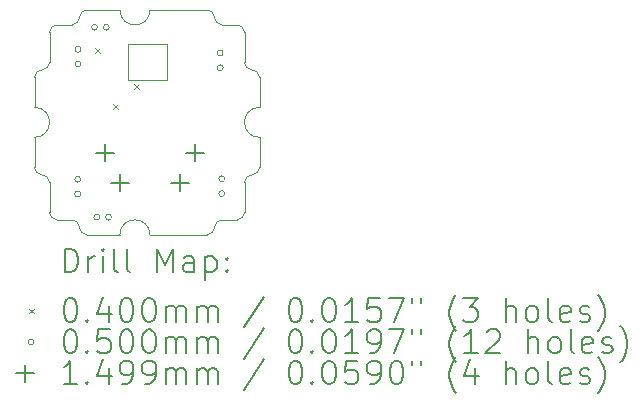
<source format=gbr>
%TF.GenerationSoftware,KiCad,Pcbnew,7.0.9*%
%TF.CreationDate,2023-12-15T15:14:19-05:00*%
%TF.ProjectId,amoebe_streamline,616d6f65-6265-45f7-9374-7265616d6c69,rev?*%
%TF.SameCoordinates,Original*%
%TF.FileFunction,Drillmap*%
%TF.FilePolarity,Positive*%
%FSLAX45Y45*%
G04 Gerber Fmt 4.5, Leading zero omitted, Abs format (unit mm)*
G04 Created by KiCad (PCBNEW 7.0.9) date 2023-12-15 15:14:19*
%MOMM*%
%LPD*%
G01*
G04 APERTURE LIST*
%ADD10C,0.100000*%
%ADD11C,0.200000*%
%ADD12C,0.149860*%
G04 APERTURE END LIST*
D10*
X13398500Y-9588500D02*
G75*
G03*
X13335000Y-9652000I0J-63500D01*
G01*
X14058200Y-9080500D02*
G75*
G03*
X14312200Y-9080500I127000J0D01*
G01*
X13525500Y-9207500D02*
X13652500Y-9207500D01*
X13779500Y-10985500D02*
X14058200Y-10985500D01*
X15240000Y-9652000D02*
G75*
G03*
X15176500Y-9588500I-63500J0D01*
G01*
X14452600Y-9373950D02*
X14124940Y-9373950D01*
X15113000Y-9271000D02*
X15113000Y-9525000D01*
X14859000Y-9144000D02*
G75*
G03*
X14922500Y-9207500I63500J0D01*
G01*
X13652500Y-9207500D02*
G75*
G03*
X13716000Y-9144000I0J63500D01*
G01*
X15240000Y-10160000D02*
X15240000Y-10414000D01*
X15240000Y-9906000D02*
X15240000Y-9652000D01*
X13462000Y-10795000D02*
G75*
G03*
X13525500Y-10858500I63500J0D01*
G01*
X13779500Y-9080500D02*
G75*
G03*
X13716000Y-9144000I0J-63500D01*
G01*
X13335000Y-10414000D02*
G75*
G03*
X13398500Y-10477500I63500J0D01*
G01*
X14312200Y-10985500D02*
X14795500Y-10985500D01*
X13335000Y-9906000D02*
X13335000Y-9652000D01*
X14452600Y-9676050D02*
X14452600Y-9373950D01*
X14922500Y-10858500D02*
G75*
G03*
X14859000Y-10922000I0J-63500D01*
G01*
X13716000Y-10922000D02*
G75*
G03*
X13779500Y-10985500I63500J0D01*
G01*
X13335000Y-10160000D02*
X13335000Y-10414000D01*
X14859000Y-9144000D02*
G75*
G03*
X14795500Y-9080500I-63500J0D01*
G01*
X13462000Y-9271000D02*
X13462000Y-9525000D01*
X13335000Y-10160000D02*
G75*
G03*
X13335000Y-9906000I0J127000D01*
G01*
X15049500Y-10858500D02*
G75*
G03*
X15113000Y-10795000I0J63500D01*
G01*
X13525500Y-9207500D02*
G75*
G03*
X13462000Y-9271000I0J-63500D01*
G01*
X15176500Y-10477500D02*
G75*
G03*
X15113000Y-10541000I0J-63500D01*
G01*
X15049500Y-10858500D02*
X14922500Y-10858500D01*
X15113000Y-9271000D02*
G75*
G03*
X15049500Y-9207500I-63500J0D01*
G01*
X13779500Y-9080500D02*
X14058200Y-9080500D01*
X13716000Y-10922000D02*
G75*
G03*
X13652500Y-10858500I-63500J0D01*
G01*
X15176500Y-10477500D02*
G75*
G03*
X15240000Y-10414000I0J63500D01*
G01*
X13525500Y-10858500D02*
X13652500Y-10858500D01*
X15113000Y-9525000D02*
G75*
G03*
X15176500Y-9588500I63500J0D01*
G01*
X14124940Y-9676050D02*
X14452600Y-9676050D01*
X13398500Y-9588500D02*
G75*
G03*
X13462000Y-9525000I0J63500D01*
G01*
X14922500Y-9207500D02*
X15049500Y-9207500D01*
X13462000Y-10541000D02*
G75*
G03*
X13398500Y-10477500I-63500J0D01*
G01*
X15240000Y-9906000D02*
G75*
G03*
X15240000Y-10160000I0J-127000D01*
G01*
X14795500Y-9080500D02*
X14312200Y-9080500D01*
X14124940Y-9373950D02*
X14124940Y-9676050D01*
X14312200Y-10985500D02*
G75*
G03*
X14058200Y-10985500I-127000J0D01*
G01*
X15113000Y-10795000D02*
X15113000Y-10541000D01*
X14795500Y-10985500D02*
G75*
G03*
X14859000Y-10922000I0J63500D01*
G01*
X13462000Y-10541000D02*
X13462000Y-10795000D01*
D11*
D10*
X13848400Y-9403400D02*
X13888400Y-9443400D01*
X13888400Y-9403400D02*
X13848400Y-9443400D01*
X13998260Y-9880920D02*
X14038260Y-9920920D01*
X14038260Y-9880920D02*
X13998260Y-9920920D01*
X14178600Y-9708200D02*
X14218600Y-9748200D01*
X14218600Y-9708200D02*
X14178600Y-9748200D01*
X13725760Y-10515060D02*
G75*
G03*
X13725760Y-10515060I-25000J0D01*
G01*
X13725760Y-10640060D02*
G75*
G03*
X13725760Y-10640060I-25000J0D01*
G01*
X13728300Y-9415240D02*
G75*
G03*
X13728300Y-9415240I-25000J0D01*
G01*
X13728300Y-9540240D02*
G75*
G03*
X13728300Y-9540240I-25000J0D01*
G01*
X13868000Y-9227820D02*
G75*
G03*
X13868000Y-9227820I-25000J0D01*
G01*
X13887380Y-10835640D02*
G75*
G03*
X13887380Y-10835640I-25000J0D01*
G01*
X13968000Y-9227820D02*
G75*
G03*
X13968000Y-9227820I-25000J0D01*
G01*
X13987380Y-10835640D02*
G75*
G03*
X13987380Y-10835640I-25000J0D01*
G01*
X14932260Y-9445720D02*
G75*
G03*
X14932260Y-9445720I-25000J0D01*
G01*
X14932260Y-9570720D02*
G75*
G03*
X14932260Y-9570720I-25000J0D01*
G01*
X14945140Y-10511520D02*
G75*
G03*
X14945140Y-10511520I-25000J0D01*
G01*
X14945140Y-10636520D02*
G75*
G03*
X14945140Y-10636520I-25000J0D01*
G01*
D12*
X13934440Y-10214610D02*
X13934440Y-10364470D01*
X13859510Y-10289540D02*
X14009370Y-10289540D01*
X14061440Y-10468610D02*
X14061440Y-10618470D01*
X13986510Y-10543540D02*
X14136370Y-10543540D01*
X14569440Y-10468610D02*
X14569440Y-10618470D01*
X14494510Y-10543540D02*
X14644370Y-10543540D01*
X14696440Y-10214610D02*
X14696440Y-10364470D01*
X14621510Y-10289540D02*
X14771370Y-10289540D01*
D11*
X13590777Y-11301984D02*
X13590777Y-11101984D01*
X13590777Y-11101984D02*
X13638396Y-11101984D01*
X13638396Y-11101984D02*
X13666967Y-11111508D01*
X13666967Y-11111508D02*
X13686015Y-11130555D01*
X13686015Y-11130555D02*
X13695539Y-11149603D01*
X13695539Y-11149603D02*
X13705062Y-11187698D01*
X13705062Y-11187698D02*
X13705062Y-11216269D01*
X13705062Y-11216269D02*
X13695539Y-11254365D01*
X13695539Y-11254365D02*
X13686015Y-11273412D01*
X13686015Y-11273412D02*
X13666967Y-11292460D01*
X13666967Y-11292460D02*
X13638396Y-11301984D01*
X13638396Y-11301984D02*
X13590777Y-11301984D01*
X13790777Y-11301984D02*
X13790777Y-11168650D01*
X13790777Y-11206746D02*
X13800301Y-11187698D01*
X13800301Y-11187698D02*
X13809824Y-11178174D01*
X13809824Y-11178174D02*
X13828872Y-11168650D01*
X13828872Y-11168650D02*
X13847920Y-11168650D01*
X13914586Y-11301984D02*
X13914586Y-11168650D01*
X13914586Y-11101984D02*
X13905062Y-11111508D01*
X13905062Y-11111508D02*
X13914586Y-11121031D01*
X13914586Y-11121031D02*
X13924110Y-11111508D01*
X13924110Y-11111508D02*
X13914586Y-11101984D01*
X13914586Y-11101984D02*
X13914586Y-11121031D01*
X14038396Y-11301984D02*
X14019348Y-11292460D01*
X14019348Y-11292460D02*
X14009824Y-11273412D01*
X14009824Y-11273412D02*
X14009824Y-11101984D01*
X14143158Y-11301984D02*
X14124110Y-11292460D01*
X14124110Y-11292460D02*
X14114586Y-11273412D01*
X14114586Y-11273412D02*
X14114586Y-11101984D01*
X14371729Y-11301984D02*
X14371729Y-11101984D01*
X14371729Y-11101984D02*
X14438396Y-11244841D01*
X14438396Y-11244841D02*
X14505062Y-11101984D01*
X14505062Y-11101984D02*
X14505062Y-11301984D01*
X14686015Y-11301984D02*
X14686015Y-11197222D01*
X14686015Y-11197222D02*
X14676491Y-11178174D01*
X14676491Y-11178174D02*
X14657443Y-11168650D01*
X14657443Y-11168650D02*
X14619348Y-11168650D01*
X14619348Y-11168650D02*
X14600301Y-11178174D01*
X14686015Y-11292460D02*
X14666967Y-11301984D01*
X14666967Y-11301984D02*
X14619348Y-11301984D01*
X14619348Y-11301984D02*
X14600301Y-11292460D01*
X14600301Y-11292460D02*
X14590777Y-11273412D01*
X14590777Y-11273412D02*
X14590777Y-11254365D01*
X14590777Y-11254365D02*
X14600301Y-11235317D01*
X14600301Y-11235317D02*
X14619348Y-11225793D01*
X14619348Y-11225793D02*
X14666967Y-11225793D01*
X14666967Y-11225793D02*
X14686015Y-11216269D01*
X14781253Y-11168650D02*
X14781253Y-11368650D01*
X14781253Y-11178174D02*
X14800301Y-11168650D01*
X14800301Y-11168650D02*
X14838396Y-11168650D01*
X14838396Y-11168650D02*
X14857443Y-11178174D01*
X14857443Y-11178174D02*
X14866967Y-11187698D01*
X14866967Y-11187698D02*
X14876491Y-11206746D01*
X14876491Y-11206746D02*
X14876491Y-11263888D01*
X14876491Y-11263888D02*
X14866967Y-11282936D01*
X14866967Y-11282936D02*
X14857443Y-11292460D01*
X14857443Y-11292460D02*
X14838396Y-11301984D01*
X14838396Y-11301984D02*
X14800301Y-11301984D01*
X14800301Y-11301984D02*
X14781253Y-11292460D01*
X14962205Y-11282936D02*
X14971729Y-11292460D01*
X14971729Y-11292460D02*
X14962205Y-11301984D01*
X14962205Y-11301984D02*
X14952682Y-11292460D01*
X14952682Y-11292460D02*
X14962205Y-11282936D01*
X14962205Y-11282936D02*
X14962205Y-11301984D01*
X14962205Y-11178174D02*
X14971729Y-11187698D01*
X14971729Y-11187698D02*
X14962205Y-11197222D01*
X14962205Y-11197222D02*
X14952682Y-11187698D01*
X14952682Y-11187698D02*
X14962205Y-11178174D01*
X14962205Y-11178174D02*
X14962205Y-11197222D01*
D10*
X13290000Y-11610500D02*
X13330000Y-11650500D01*
X13330000Y-11610500D02*
X13290000Y-11650500D01*
D11*
X13628872Y-11521984D02*
X13647920Y-11521984D01*
X13647920Y-11521984D02*
X13666967Y-11531508D01*
X13666967Y-11531508D02*
X13676491Y-11541031D01*
X13676491Y-11541031D02*
X13686015Y-11560079D01*
X13686015Y-11560079D02*
X13695539Y-11598174D01*
X13695539Y-11598174D02*
X13695539Y-11645793D01*
X13695539Y-11645793D02*
X13686015Y-11683888D01*
X13686015Y-11683888D02*
X13676491Y-11702936D01*
X13676491Y-11702936D02*
X13666967Y-11712460D01*
X13666967Y-11712460D02*
X13647920Y-11721984D01*
X13647920Y-11721984D02*
X13628872Y-11721984D01*
X13628872Y-11721984D02*
X13609824Y-11712460D01*
X13609824Y-11712460D02*
X13600301Y-11702936D01*
X13600301Y-11702936D02*
X13590777Y-11683888D01*
X13590777Y-11683888D02*
X13581253Y-11645793D01*
X13581253Y-11645793D02*
X13581253Y-11598174D01*
X13581253Y-11598174D02*
X13590777Y-11560079D01*
X13590777Y-11560079D02*
X13600301Y-11541031D01*
X13600301Y-11541031D02*
X13609824Y-11531508D01*
X13609824Y-11531508D02*
X13628872Y-11521984D01*
X13781253Y-11702936D02*
X13790777Y-11712460D01*
X13790777Y-11712460D02*
X13781253Y-11721984D01*
X13781253Y-11721984D02*
X13771729Y-11712460D01*
X13771729Y-11712460D02*
X13781253Y-11702936D01*
X13781253Y-11702936D02*
X13781253Y-11721984D01*
X13962205Y-11588650D02*
X13962205Y-11721984D01*
X13914586Y-11512460D02*
X13866967Y-11655317D01*
X13866967Y-11655317D02*
X13990777Y-11655317D01*
X14105062Y-11521984D02*
X14124110Y-11521984D01*
X14124110Y-11521984D02*
X14143158Y-11531508D01*
X14143158Y-11531508D02*
X14152682Y-11541031D01*
X14152682Y-11541031D02*
X14162205Y-11560079D01*
X14162205Y-11560079D02*
X14171729Y-11598174D01*
X14171729Y-11598174D02*
X14171729Y-11645793D01*
X14171729Y-11645793D02*
X14162205Y-11683888D01*
X14162205Y-11683888D02*
X14152682Y-11702936D01*
X14152682Y-11702936D02*
X14143158Y-11712460D01*
X14143158Y-11712460D02*
X14124110Y-11721984D01*
X14124110Y-11721984D02*
X14105062Y-11721984D01*
X14105062Y-11721984D02*
X14086015Y-11712460D01*
X14086015Y-11712460D02*
X14076491Y-11702936D01*
X14076491Y-11702936D02*
X14066967Y-11683888D01*
X14066967Y-11683888D02*
X14057443Y-11645793D01*
X14057443Y-11645793D02*
X14057443Y-11598174D01*
X14057443Y-11598174D02*
X14066967Y-11560079D01*
X14066967Y-11560079D02*
X14076491Y-11541031D01*
X14076491Y-11541031D02*
X14086015Y-11531508D01*
X14086015Y-11531508D02*
X14105062Y-11521984D01*
X14295539Y-11521984D02*
X14314586Y-11521984D01*
X14314586Y-11521984D02*
X14333634Y-11531508D01*
X14333634Y-11531508D02*
X14343158Y-11541031D01*
X14343158Y-11541031D02*
X14352682Y-11560079D01*
X14352682Y-11560079D02*
X14362205Y-11598174D01*
X14362205Y-11598174D02*
X14362205Y-11645793D01*
X14362205Y-11645793D02*
X14352682Y-11683888D01*
X14352682Y-11683888D02*
X14343158Y-11702936D01*
X14343158Y-11702936D02*
X14333634Y-11712460D01*
X14333634Y-11712460D02*
X14314586Y-11721984D01*
X14314586Y-11721984D02*
X14295539Y-11721984D01*
X14295539Y-11721984D02*
X14276491Y-11712460D01*
X14276491Y-11712460D02*
X14266967Y-11702936D01*
X14266967Y-11702936D02*
X14257443Y-11683888D01*
X14257443Y-11683888D02*
X14247920Y-11645793D01*
X14247920Y-11645793D02*
X14247920Y-11598174D01*
X14247920Y-11598174D02*
X14257443Y-11560079D01*
X14257443Y-11560079D02*
X14266967Y-11541031D01*
X14266967Y-11541031D02*
X14276491Y-11531508D01*
X14276491Y-11531508D02*
X14295539Y-11521984D01*
X14447920Y-11721984D02*
X14447920Y-11588650D01*
X14447920Y-11607698D02*
X14457443Y-11598174D01*
X14457443Y-11598174D02*
X14476491Y-11588650D01*
X14476491Y-11588650D02*
X14505063Y-11588650D01*
X14505063Y-11588650D02*
X14524110Y-11598174D01*
X14524110Y-11598174D02*
X14533634Y-11617222D01*
X14533634Y-11617222D02*
X14533634Y-11721984D01*
X14533634Y-11617222D02*
X14543158Y-11598174D01*
X14543158Y-11598174D02*
X14562205Y-11588650D01*
X14562205Y-11588650D02*
X14590777Y-11588650D01*
X14590777Y-11588650D02*
X14609824Y-11598174D01*
X14609824Y-11598174D02*
X14619348Y-11617222D01*
X14619348Y-11617222D02*
X14619348Y-11721984D01*
X14714586Y-11721984D02*
X14714586Y-11588650D01*
X14714586Y-11607698D02*
X14724110Y-11598174D01*
X14724110Y-11598174D02*
X14743158Y-11588650D01*
X14743158Y-11588650D02*
X14771729Y-11588650D01*
X14771729Y-11588650D02*
X14790777Y-11598174D01*
X14790777Y-11598174D02*
X14800301Y-11617222D01*
X14800301Y-11617222D02*
X14800301Y-11721984D01*
X14800301Y-11617222D02*
X14809824Y-11598174D01*
X14809824Y-11598174D02*
X14828872Y-11588650D01*
X14828872Y-11588650D02*
X14857443Y-11588650D01*
X14857443Y-11588650D02*
X14876491Y-11598174D01*
X14876491Y-11598174D02*
X14886015Y-11617222D01*
X14886015Y-11617222D02*
X14886015Y-11721984D01*
X15276491Y-11512460D02*
X15105063Y-11769603D01*
X15533634Y-11521984D02*
X15552682Y-11521984D01*
X15552682Y-11521984D02*
X15571729Y-11531508D01*
X15571729Y-11531508D02*
X15581253Y-11541031D01*
X15581253Y-11541031D02*
X15590777Y-11560079D01*
X15590777Y-11560079D02*
X15600301Y-11598174D01*
X15600301Y-11598174D02*
X15600301Y-11645793D01*
X15600301Y-11645793D02*
X15590777Y-11683888D01*
X15590777Y-11683888D02*
X15581253Y-11702936D01*
X15581253Y-11702936D02*
X15571729Y-11712460D01*
X15571729Y-11712460D02*
X15552682Y-11721984D01*
X15552682Y-11721984D02*
X15533634Y-11721984D01*
X15533634Y-11721984D02*
X15514586Y-11712460D01*
X15514586Y-11712460D02*
X15505063Y-11702936D01*
X15505063Y-11702936D02*
X15495539Y-11683888D01*
X15495539Y-11683888D02*
X15486015Y-11645793D01*
X15486015Y-11645793D02*
X15486015Y-11598174D01*
X15486015Y-11598174D02*
X15495539Y-11560079D01*
X15495539Y-11560079D02*
X15505063Y-11541031D01*
X15505063Y-11541031D02*
X15514586Y-11531508D01*
X15514586Y-11531508D02*
X15533634Y-11521984D01*
X15686015Y-11702936D02*
X15695539Y-11712460D01*
X15695539Y-11712460D02*
X15686015Y-11721984D01*
X15686015Y-11721984D02*
X15676491Y-11712460D01*
X15676491Y-11712460D02*
X15686015Y-11702936D01*
X15686015Y-11702936D02*
X15686015Y-11721984D01*
X15819348Y-11521984D02*
X15838396Y-11521984D01*
X15838396Y-11521984D02*
X15857444Y-11531508D01*
X15857444Y-11531508D02*
X15866967Y-11541031D01*
X15866967Y-11541031D02*
X15876491Y-11560079D01*
X15876491Y-11560079D02*
X15886015Y-11598174D01*
X15886015Y-11598174D02*
X15886015Y-11645793D01*
X15886015Y-11645793D02*
X15876491Y-11683888D01*
X15876491Y-11683888D02*
X15866967Y-11702936D01*
X15866967Y-11702936D02*
X15857444Y-11712460D01*
X15857444Y-11712460D02*
X15838396Y-11721984D01*
X15838396Y-11721984D02*
X15819348Y-11721984D01*
X15819348Y-11721984D02*
X15800301Y-11712460D01*
X15800301Y-11712460D02*
X15790777Y-11702936D01*
X15790777Y-11702936D02*
X15781253Y-11683888D01*
X15781253Y-11683888D02*
X15771729Y-11645793D01*
X15771729Y-11645793D02*
X15771729Y-11598174D01*
X15771729Y-11598174D02*
X15781253Y-11560079D01*
X15781253Y-11560079D02*
X15790777Y-11541031D01*
X15790777Y-11541031D02*
X15800301Y-11531508D01*
X15800301Y-11531508D02*
X15819348Y-11521984D01*
X16076491Y-11721984D02*
X15962206Y-11721984D01*
X16019348Y-11721984D02*
X16019348Y-11521984D01*
X16019348Y-11521984D02*
X16000301Y-11550555D01*
X16000301Y-11550555D02*
X15981253Y-11569603D01*
X15981253Y-11569603D02*
X15962206Y-11579127D01*
X16257444Y-11521984D02*
X16162206Y-11521984D01*
X16162206Y-11521984D02*
X16152682Y-11617222D01*
X16152682Y-11617222D02*
X16162206Y-11607698D01*
X16162206Y-11607698D02*
X16181253Y-11598174D01*
X16181253Y-11598174D02*
X16228872Y-11598174D01*
X16228872Y-11598174D02*
X16247920Y-11607698D01*
X16247920Y-11607698D02*
X16257444Y-11617222D01*
X16257444Y-11617222D02*
X16266967Y-11636269D01*
X16266967Y-11636269D02*
X16266967Y-11683888D01*
X16266967Y-11683888D02*
X16257444Y-11702936D01*
X16257444Y-11702936D02*
X16247920Y-11712460D01*
X16247920Y-11712460D02*
X16228872Y-11721984D01*
X16228872Y-11721984D02*
X16181253Y-11721984D01*
X16181253Y-11721984D02*
X16162206Y-11712460D01*
X16162206Y-11712460D02*
X16152682Y-11702936D01*
X16333634Y-11521984D02*
X16466967Y-11521984D01*
X16466967Y-11521984D02*
X16381253Y-11721984D01*
X16533634Y-11521984D02*
X16533634Y-11560079D01*
X16609825Y-11521984D02*
X16609825Y-11560079D01*
X16905063Y-11798174D02*
X16895539Y-11788650D01*
X16895539Y-11788650D02*
X16876491Y-11760079D01*
X16876491Y-11760079D02*
X16866968Y-11741031D01*
X16866968Y-11741031D02*
X16857444Y-11712460D01*
X16857444Y-11712460D02*
X16847920Y-11664841D01*
X16847920Y-11664841D02*
X16847920Y-11626746D01*
X16847920Y-11626746D02*
X16857444Y-11579127D01*
X16857444Y-11579127D02*
X16866968Y-11550555D01*
X16866968Y-11550555D02*
X16876491Y-11531508D01*
X16876491Y-11531508D02*
X16895539Y-11502936D01*
X16895539Y-11502936D02*
X16905063Y-11493412D01*
X16962206Y-11521984D02*
X17086015Y-11521984D01*
X17086015Y-11521984D02*
X17019349Y-11598174D01*
X17019349Y-11598174D02*
X17047920Y-11598174D01*
X17047920Y-11598174D02*
X17066968Y-11607698D01*
X17066968Y-11607698D02*
X17076491Y-11617222D01*
X17076491Y-11617222D02*
X17086015Y-11636269D01*
X17086015Y-11636269D02*
X17086015Y-11683888D01*
X17086015Y-11683888D02*
X17076491Y-11702936D01*
X17076491Y-11702936D02*
X17066968Y-11712460D01*
X17066968Y-11712460D02*
X17047920Y-11721984D01*
X17047920Y-11721984D02*
X16990777Y-11721984D01*
X16990777Y-11721984D02*
X16971730Y-11712460D01*
X16971730Y-11712460D02*
X16962206Y-11702936D01*
X17324111Y-11721984D02*
X17324111Y-11521984D01*
X17409825Y-11721984D02*
X17409825Y-11617222D01*
X17409825Y-11617222D02*
X17400301Y-11598174D01*
X17400301Y-11598174D02*
X17381253Y-11588650D01*
X17381253Y-11588650D02*
X17352682Y-11588650D01*
X17352682Y-11588650D02*
X17333634Y-11598174D01*
X17333634Y-11598174D02*
X17324111Y-11607698D01*
X17533634Y-11721984D02*
X17514587Y-11712460D01*
X17514587Y-11712460D02*
X17505063Y-11702936D01*
X17505063Y-11702936D02*
X17495539Y-11683888D01*
X17495539Y-11683888D02*
X17495539Y-11626746D01*
X17495539Y-11626746D02*
X17505063Y-11607698D01*
X17505063Y-11607698D02*
X17514587Y-11598174D01*
X17514587Y-11598174D02*
X17533634Y-11588650D01*
X17533634Y-11588650D02*
X17562206Y-11588650D01*
X17562206Y-11588650D02*
X17581253Y-11598174D01*
X17581253Y-11598174D02*
X17590777Y-11607698D01*
X17590777Y-11607698D02*
X17600301Y-11626746D01*
X17600301Y-11626746D02*
X17600301Y-11683888D01*
X17600301Y-11683888D02*
X17590777Y-11702936D01*
X17590777Y-11702936D02*
X17581253Y-11712460D01*
X17581253Y-11712460D02*
X17562206Y-11721984D01*
X17562206Y-11721984D02*
X17533634Y-11721984D01*
X17714587Y-11721984D02*
X17695539Y-11712460D01*
X17695539Y-11712460D02*
X17686015Y-11693412D01*
X17686015Y-11693412D02*
X17686015Y-11521984D01*
X17866968Y-11712460D02*
X17847920Y-11721984D01*
X17847920Y-11721984D02*
X17809825Y-11721984D01*
X17809825Y-11721984D02*
X17790777Y-11712460D01*
X17790777Y-11712460D02*
X17781253Y-11693412D01*
X17781253Y-11693412D02*
X17781253Y-11617222D01*
X17781253Y-11617222D02*
X17790777Y-11598174D01*
X17790777Y-11598174D02*
X17809825Y-11588650D01*
X17809825Y-11588650D02*
X17847920Y-11588650D01*
X17847920Y-11588650D02*
X17866968Y-11598174D01*
X17866968Y-11598174D02*
X17876492Y-11617222D01*
X17876492Y-11617222D02*
X17876492Y-11636269D01*
X17876492Y-11636269D02*
X17781253Y-11655317D01*
X17952682Y-11712460D02*
X17971730Y-11721984D01*
X17971730Y-11721984D02*
X18009825Y-11721984D01*
X18009825Y-11721984D02*
X18028873Y-11712460D01*
X18028873Y-11712460D02*
X18038396Y-11693412D01*
X18038396Y-11693412D02*
X18038396Y-11683888D01*
X18038396Y-11683888D02*
X18028873Y-11664841D01*
X18028873Y-11664841D02*
X18009825Y-11655317D01*
X18009825Y-11655317D02*
X17981253Y-11655317D01*
X17981253Y-11655317D02*
X17962206Y-11645793D01*
X17962206Y-11645793D02*
X17952682Y-11626746D01*
X17952682Y-11626746D02*
X17952682Y-11617222D01*
X17952682Y-11617222D02*
X17962206Y-11598174D01*
X17962206Y-11598174D02*
X17981253Y-11588650D01*
X17981253Y-11588650D02*
X18009825Y-11588650D01*
X18009825Y-11588650D02*
X18028873Y-11598174D01*
X18105063Y-11798174D02*
X18114587Y-11788650D01*
X18114587Y-11788650D02*
X18133634Y-11760079D01*
X18133634Y-11760079D02*
X18143158Y-11741031D01*
X18143158Y-11741031D02*
X18152682Y-11712460D01*
X18152682Y-11712460D02*
X18162206Y-11664841D01*
X18162206Y-11664841D02*
X18162206Y-11626746D01*
X18162206Y-11626746D02*
X18152682Y-11579127D01*
X18152682Y-11579127D02*
X18143158Y-11550555D01*
X18143158Y-11550555D02*
X18133634Y-11531508D01*
X18133634Y-11531508D02*
X18114587Y-11502936D01*
X18114587Y-11502936D02*
X18105063Y-11493412D01*
D10*
X13330000Y-11894500D02*
G75*
G03*
X13330000Y-11894500I-25000J0D01*
G01*
D11*
X13628872Y-11785984D02*
X13647920Y-11785984D01*
X13647920Y-11785984D02*
X13666967Y-11795508D01*
X13666967Y-11795508D02*
X13676491Y-11805031D01*
X13676491Y-11805031D02*
X13686015Y-11824079D01*
X13686015Y-11824079D02*
X13695539Y-11862174D01*
X13695539Y-11862174D02*
X13695539Y-11909793D01*
X13695539Y-11909793D02*
X13686015Y-11947888D01*
X13686015Y-11947888D02*
X13676491Y-11966936D01*
X13676491Y-11966936D02*
X13666967Y-11976460D01*
X13666967Y-11976460D02*
X13647920Y-11985984D01*
X13647920Y-11985984D02*
X13628872Y-11985984D01*
X13628872Y-11985984D02*
X13609824Y-11976460D01*
X13609824Y-11976460D02*
X13600301Y-11966936D01*
X13600301Y-11966936D02*
X13590777Y-11947888D01*
X13590777Y-11947888D02*
X13581253Y-11909793D01*
X13581253Y-11909793D02*
X13581253Y-11862174D01*
X13581253Y-11862174D02*
X13590777Y-11824079D01*
X13590777Y-11824079D02*
X13600301Y-11805031D01*
X13600301Y-11805031D02*
X13609824Y-11795508D01*
X13609824Y-11795508D02*
X13628872Y-11785984D01*
X13781253Y-11966936D02*
X13790777Y-11976460D01*
X13790777Y-11976460D02*
X13781253Y-11985984D01*
X13781253Y-11985984D02*
X13771729Y-11976460D01*
X13771729Y-11976460D02*
X13781253Y-11966936D01*
X13781253Y-11966936D02*
X13781253Y-11985984D01*
X13971729Y-11785984D02*
X13876491Y-11785984D01*
X13876491Y-11785984D02*
X13866967Y-11881222D01*
X13866967Y-11881222D02*
X13876491Y-11871698D01*
X13876491Y-11871698D02*
X13895539Y-11862174D01*
X13895539Y-11862174D02*
X13943158Y-11862174D01*
X13943158Y-11862174D02*
X13962205Y-11871698D01*
X13962205Y-11871698D02*
X13971729Y-11881222D01*
X13971729Y-11881222D02*
X13981253Y-11900269D01*
X13981253Y-11900269D02*
X13981253Y-11947888D01*
X13981253Y-11947888D02*
X13971729Y-11966936D01*
X13971729Y-11966936D02*
X13962205Y-11976460D01*
X13962205Y-11976460D02*
X13943158Y-11985984D01*
X13943158Y-11985984D02*
X13895539Y-11985984D01*
X13895539Y-11985984D02*
X13876491Y-11976460D01*
X13876491Y-11976460D02*
X13866967Y-11966936D01*
X14105062Y-11785984D02*
X14124110Y-11785984D01*
X14124110Y-11785984D02*
X14143158Y-11795508D01*
X14143158Y-11795508D02*
X14152682Y-11805031D01*
X14152682Y-11805031D02*
X14162205Y-11824079D01*
X14162205Y-11824079D02*
X14171729Y-11862174D01*
X14171729Y-11862174D02*
X14171729Y-11909793D01*
X14171729Y-11909793D02*
X14162205Y-11947888D01*
X14162205Y-11947888D02*
X14152682Y-11966936D01*
X14152682Y-11966936D02*
X14143158Y-11976460D01*
X14143158Y-11976460D02*
X14124110Y-11985984D01*
X14124110Y-11985984D02*
X14105062Y-11985984D01*
X14105062Y-11985984D02*
X14086015Y-11976460D01*
X14086015Y-11976460D02*
X14076491Y-11966936D01*
X14076491Y-11966936D02*
X14066967Y-11947888D01*
X14066967Y-11947888D02*
X14057443Y-11909793D01*
X14057443Y-11909793D02*
X14057443Y-11862174D01*
X14057443Y-11862174D02*
X14066967Y-11824079D01*
X14066967Y-11824079D02*
X14076491Y-11805031D01*
X14076491Y-11805031D02*
X14086015Y-11795508D01*
X14086015Y-11795508D02*
X14105062Y-11785984D01*
X14295539Y-11785984D02*
X14314586Y-11785984D01*
X14314586Y-11785984D02*
X14333634Y-11795508D01*
X14333634Y-11795508D02*
X14343158Y-11805031D01*
X14343158Y-11805031D02*
X14352682Y-11824079D01*
X14352682Y-11824079D02*
X14362205Y-11862174D01*
X14362205Y-11862174D02*
X14362205Y-11909793D01*
X14362205Y-11909793D02*
X14352682Y-11947888D01*
X14352682Y-11947888D02*
X14343158Y-11966936D01*
X14343158Y-11966936D02*
X14333634Y-11976460D01*
X14333634Y-11976460D02*
X14314586Y-11985984D01*
X14314586Y-11985984D02*
X14295539Y-11985984D01*
X14295539Y-11985984D02*
X14276491Y-11976460D01*
X14276491Y-11976460D02*
X14266967Y-11966936D01*
X14266967Y-11966936D02*
X14257443Y-11947888D01*
X14257443Y-11947888D02*
X14247920Y-11909793D01*
X14247920Y-11909793D02*
X14247920Y-11862174D01*
X14247920Y-11862174D02*
X14257443Y-11824079D01*
X14257443Y-11824079D02*
X14266967Y-11805031D01*
X14266967Y-11805031D02*
X14276491Y-11795508D01*
X14276491Y-11795508D02*
X14295539Y-11785984D01*
X14447920Y-11985984D02*
X14447920Y-11852650D01*
X14447920Y-11871698D02*
X14457443Y-11862174D01*
X14457443Y-11862174D02*
X14476491Y-11852650D01*
X14476491Y-11852650D02*
X14505063Y-11852650D01*
X14505063Y-11852650D02*
X14524110Y-11862174D01*
X14524110Y-11862174D02*
X14533634Y-11881222D01*
X14533634Y-11881222D02*
X14533634Y-11985984D01*
X14533634Y-11881222D02*
X14543158Y-11862174D01*
X14543158Y-11862174D02*
X14562205Y-11852650D01*
X14562205Y-11852650D02*
X14590777Y-11852650D01*
X14590777Y-11852650D02*
X14609824Y-11862174D01*
X14609824Y-11862174D02*
X14619348Y-11881222D01*
X14619348Y-11881222D02*
X14619348Y-11985984D01*
X14714586Y-11985984D02*
X14714586Y-11852650D01*
X14714586Y-11871698D02*
X14724110Y-11862174D01*
X14724110Y-11862174D02*
X14743158Y-11852650D01*
X14743158Y-11852650D02*
X14771729Y-11852650D01*
X14771729Y-11852650D02*
X14790777Y-11862174D01*
X14790777Y-11862174D02*
X14800301Y-11881222D01*
X14800301Y-11881222D02*
X14800301Y-11985984D01*
X14800301Y-11881222D02*
X14809824Y-11862174D01*
X14809824Y-11862174D02*
X14828872Y-11852650D01*
X14828872Y-11852650D02*
X14857443Y-11852650D01*
X14857443Y-11852650D02*
X14876491Y-11862174D01*
X14876491Y-11862174D02*
X14886015Y-11881222D01*
X14886015Y-11881222D02*
X14886015Y-11985984D01*
X15276491Y-11776460D02*
X15105063Y-12033603D01*
X15533634Y-11785984D02*
X15552682Y-11785984D01*
X15552682Y-11785984D02*
X15571729Y-11795508D01*
X15571729Y-11795508D02*
X15581253Y-11805031D01*
X15581253Y-11805031D02*
X15590777Y-11824079D01*
X15590777Y-11824079D02*
X15600301Y-11862174D01*
X15600301Y-11862174D02*
X15600301Y-11909793D01*
X15600301Y-11909793D02*
X15590777Y-11947888D01*
X15590777Y-11947888D02*
X15581253Y-11966936D01*
X15581253Y-11966936D02*
X15571729Y-11976460D01*
X15571729Y-11976460D02*
X15552682Y-11985984D01*
X15552682Y-11985984D02*
X15533634Y-11985984D01*
X15533634Y-11985984D02*
X15514586Y-11976460D01*
X15514586Y-11976460D02*
X15505063Y-11966936D01*
X15505063Y-11966936D02*
X15495539Y-11947888D01*
X15495539Y-11947888D02*
X15486015Y-11909793D01*
X15486015Y-11909793D02*
X15486015Y-11862174D01*
X15486015Y-11862174D02*
X15495539Y-11824079D01*
X15495539Y-11824079D02*
X15505063Y-11805031D01*
X15505063Y-11805031D02*
X15514586Y-11795508D01*
X15514586Y-11795508D02*
X15533634Y-11785984D01*
X15686015Y-11966936D02*
X15695539Y-11976460D01*
X15695539Y-11976460D02*
X15686015Y-11985984D01*
X15686015Y-11985984D02*
X15676491Y-11976460D01*
X15676491Y-11976460D02*
X15686015Y-11966936D01*
X15686015Y-11966936D02*
X15686015Y-11985984D01*
X15819348Y-11785984D02*
X15838396Y-11785984D01*
X15838396Y-11785984D02*
X15857444Y-11795508D01*
X15857444Y-11795508D02*
X15866967Y-11805031D01*
X15866967Y-11805031D02*
X15876491Y-11824079D01*
X15876491Y-11824079D02*
X15886015Y-11862174D01*
X15886015Y-11862174D02*
X15886015Y-11909793D01*
X15886015Y-11909793D02*
X15876491Y-11947888D01*
X15876491Y-11947888D02*
X15866967Y-11966936D01*
X15866967Y-11966936D02*
X15857444Y-11976460D01*
X15857444Y-11976460D02*
X15838396Y-11985984D01*
X15838396Y-11985984D02*
X15819348Y-11985984D01*
X15819348Y-11985984D02*
X15800301Y-11976460D01*
X15800301Y-11976460D02*
X15790777Y-11966936D01*
X15790777Y-11966936D02*
X15781253Y-11947888D01*
X15781253Y-11947888D02*
X15771729Y-11909793D01*
X15771729Y-11909793D02*
X15771729Y-11862174D01*
X15771729Y-11862174D02*
X15781253Y-11824079D01*
X15781253Y-11824079D02*
X15790777Y-11805031D01*
X15790777Y-11805031D02*
X15800301Y-11795508D01*
X15800301Y-11795508D02*
X15819348Y-11785984D01*
X16076491Y-11985984D02*
X15962206Y-11985984D01*
X16019348Y-11985984D02*
X16019348Y-11785984D01*
X16019348Y-11785984D02*
X16000301Y-11814555D01*
X16000301Y-11814555D02*
X15981253Y-11833603D01*
X15981253Y-11833603D02*
X15962206Y-11843127D01*
X16171729Y-11985984D02*
X16209825Y-11985984D01*
X16209825Y-11985984D02*
X16228872Y-11976460D01*
X16228872Y-11976460D02*
X16238396Y-11966936D01*
X16238396Y-11966936D02*
X16257444Y-11938365D01*
X16257444Y-11938365D02*
X16266967Y-11900269D01*
X16266967Y-11900269D02*
X16266967Y-11824079D01*
X16266967Y-11824079D02*
X16257444Y-11805031D01*
X16257444Y-11805031D02*
X16247920Y-11795508D01*
X16247920Y-11795508D02*
X16228872Y-11785984D01*
X16228872Y-11785984D02*
X16190777Y-11785984D01*
X16190777Y-11785984D02*
X16171729Y-11795508D01*
X16171729Y-11795508D02*
X16162206Y-11805031D01*
X16162206Y-11805031D02*
X16152682Y-11824079D01*
X16152682Y-11824079D02*
X16152682Y-11871698D01*
X16152682Y-11871698D02*
X16162206Y-11890746D01*
X16162206Y-11890746D02*
X16171729Y-11900269D01*
X16171729Y-11900269D02*
X16190777Y-11909793D01*
X16190777Y-11909793D02*
X16228872Y-11909793D01*
X16228872Y-11909793D02*
X16247920Y-11900269D01*
X16247920Y-11900269D02*
X16257444Y-11890746D01*
X16257444Y-11890746D02*
X16266967Y-11871698D01*
X16333634Y-11785984D02*
X16466967Y-11785984D01*
X16466967Y-11785984D02*
X16381253Y-11985984D01*
X16533634Y-11785984D02*
X16533634Y-11824079D01*
X16609825Y-11785984D02*
X16609825Y-11824079D01*
X16905063Y-12062174D02*
X16895539Y-12052650D01*
X16895539Y-12052650D02*
X16876491Y-12024079D01*
X16876491Y-12024079D02*
X16866968Y-12005031D01*
X16866968Y-12005031D02*
X16857444Y-11976460D01*
X16857444Y-11976460D02*
X16847920Y-11928841D01*
X16847920Y-11928841D02*
X16847920Y-11890746D01*
X16847920Y-11890746D02*
X16857444Y-11843127D01*
X16857444Y-11843127D02*
X16866968Y-11814555D01*
X16866968Y-11814555D02*
X16876491Y-11795508D01*
X16876491Y-11795508D02*
X16895539Y-11766936D01*
X16895539Y-11766936D02*
X16905063Y-11757412D01*
X17086015Y-11985984D02*
X16971730Y-11985984D01*
X17028872Y-11985984D02*
X17028872Y-11785984D01*
X17028872Y-11785984D02*
X17009825Y-11814555D01*
X17009825Y-11814555D02*
X16990777Y-11833603D01*
X16990777Y-11833603D02*
X16971730Y-11843127D01*
X17162206Y-11805031D02*
X17171730Y-11795508D01*
X17171730Y-11795508D02*
X17190777Y-11785984D01*
X17190777Y-11785984D02*
X17238396Y-11785984D01*
X17238396Y-11785984D02*
X17257444Y-11795508D01*
X17257444Y-11795508D02*
X17266968Y-11805031D01*
X17266968Y-11805031D02*
X17276491Y-11824079D01*
X17276491Y-11824079D02*
X17276491Y-11843127D01*
X17276491Y-11843127D02*
X17266968Y-11871698D01*
X17266968Y-11871698D02*
X17152682Y-11985984D01*
X17152682Y-11985984D02*
X17276491Y-11985984D01*
X17514587Y-11985984D02*
X17514587Y-11785984D01*
X17600301Y-11985984D02*
X17600301Y-11881222D01*
X17600301Y-11881222D02*
X17590777Y-11862174D01*
X17590777Y-11862174D02*
X17571730Y-11852650D01*
X17571730Y-11852650D02*
X17543158Y-11852650D01*
X17543158Y-11852650D02*
X17524111Y-11862174D01*
X17524111Y-11862174D02*
X17514587Y-11871698D01*
X17724111Y-11985984D02*
X17705063Y-11976460D01*
X17705063Y-11976460D02*
X17695539Y-11966936D01*
X17695539Y-11966936D02*
X17686015Y-11947888D01*
X17686015Y-11947888D02*
X17686015Y-11890746D01*
X17686015Y-11890746D02*
X17695539Y-11871698D01*
X17695539Y-11871698D02*
X17705063Y-11862174D01*
X17705063Y-11862174D02*
X17724111Y-11852650D01*
X17724111Y-11852650D02*
X17752682Y-11852650D01*
X17752682Y-11852650D02*
X17771730Y-11862174D01*
X17771730Y-11862174D02*
X17781253Y-11871698D01*
X17781253Y-11871698D02*
X17790777Y-11890746D01*
X17790777Y-11890746D02*
X17790777Y-11947888D01*
X17790777Y-11947888D02*
X17781253Y-11966936D01*
X17781253Y-11966936D02*
X17771730Y-11976460D01*
X17771730Y-11976460D02*
X17752682Y-11985984D01*
X17752682Y-11985984D02*
X17724111Y-11985984D01*
X17905063Y-11985984D02*
X17886015Y-11976460D01*
X17886015Y-11976460D02*
X17876492Y-11957412D01*
X17876492Y-11957412D02*
X17876492Y-11785984D01*
X18057444Y-11976460D02*
X18038396Y-11985984D01*
X18038396Y-11985984D02*
X18000301Y-11985984D01*
X18000301Y-11985984D02*
X17981253Y-11976460D01*
X17981253Y-11976460D02*
X17971730Y-11957412D01*
X17971730Y-11957412D02*
X17971730Y-11881222D01*
X17971730Y-11881222D02*
X17981253Y-11862174D01*
X17981253Y-11862174D02*
X18000301Y-11852650D01*
X18000301Y-11852650D02*
X18038396Y-11852650D01*
X18038396Y-11852650D02*
X18057444Y-11862174D01*
X18057444Y-11862174D02*
X18066968Y-11881222D01*
X18066968Y-11881222D02*
X18066968Y-11900269D01*
X18066968Y-11900269D02*
X17971730Y-11919317D01*
X18143158Y-11976460D02*
X18162206Y-11985984D01*
X18162206Y-11985984D02*
X18200301Y-11985984D01*
X18200301Y-11985984D02*
X18219349Y-11976460D01*
X18219349Y-11976460D02*
X18228873Y-11957412D01*
X18228873Y-11957412D02*
X18228873Y-11947888D01*
X18228873Y-11947888D02*
X18219349Y-11928841D01*
X18219349Y-11928841D02*
X18200301Y-11919317D01*
X18200301Y-11919317D02*
X18171730Y-11919317D01*
X18171730Y-11919317D02*
X18152682Y-11909793D01*
X18152682Y-11909793D02*
X18143158Y-11890746D01*
X18143158Y-11890746D02*
X18143158Y-11881222D01*
X18143158Y-11881222D02*
X18152682Y-11862174D01*
X18152682Y-11862174D02*
X18171730Y-11852650D01*
X18171730Y-11852650D02*
X18200301Y-11852650D01*
X18200301Y-11852650D02*
X18219349Y-11862174D01*
X18295539Y-12062174D02*
X18305063Y-12052650D01*
X18305063Y-12052650D02*
X18324111Y-12024079D01*
X18324111Y-12024079D02*
X18333634Y-12005031D01*
X18333634Y-12005031D02*
X18343158Y-11976460D01*
X18343158Y-11976460D02*
X18352682Y-11928841D01*
X18352682Y-11928841D02*
X18352682Y-11890746D01*
X18352682Y-11890746D02*
X18343158Y-11843127D01*
X18343158Y-11843127D02*
X18333634Y-11814555D01*
X18333634Y-11814555D02*
X18324111Y-11795508D01*
X18324111Y-11795508D02*
X18305063Y-11766936D01*
X18305063Y-11766936D02*
X18295539Y-11757412D01*
D12*
X13255070Y-12083570D02*
X13255070Y-12233430D01*
X13180140Y-12158500D02*
X13330000Y-12158500D01*
D11*
X13695539Y-12249984D02*
X13581253Y-12249984D01*
X13638396Y-12249984D02*
X13638396Y-12049984D01*
X13638396Y-12049984D02*
X13619348Y-12078555D01*
X13619348Y-12078555D02*
X13600301Y-12097603D01*
X13600301Y-12097603D02*
X13581253Y-12107127D01*
X13781253Y-12230936D02*
X13790777Y-12240460D01*
X13790777Y-12240460D02*
X13781253Y-12249984D01*
X13781253Y-12249984D02*
X13771729Y-12240460D01*
X13771729Y-12240460D02*
X13781253Y-12230936D01*
X13781253Y-12230936D02*
X13781253Y-12249984D01*
X13962205Y-12116650D02*
X13962205Y-12249984D01*
X13914586Y-12040460D02*
X13866967Y-12183317D01*
X13866967Y-12183317D02*
X13990777Y-12183317D01*
X14076491Y-12249984D02*
X14114586Y-12249984D01*
X14114586Y-12249984D02*
X14133634Y-12240460D01*
X14133634Y-12240460D02*
X14143158Y-12230936D01*
X14143158Y-12230936D02*
X14162205Y-12202365D01*
X14162205Y-12202365D02*
X14171729Y-12164269D01*
X14171729Y-12164269D02*
X14171729Y-12088079D01*
X14171729Y-12088079D02*
X14162205Y-12069031D01*
X14162205Y-12069031D02*
X14152682Y-12059508D01*
X14152682Y-12059508D02*
X14133634Y-12049984D01*
X14133634Y-12049984D02*
X14095539Y-12049984D01*
X14095539Y-12049984D02*
X14076491Y-12059508D01*
X14076491Y-12059508D02*
X14066967Y-12069031D01*
X14066967Y-12069031D02*
X14057443Y-12088079D01*
X14057443Y-12088079D02*
X14057443Y-12135698D01*
X14057443Y-12135698D02*
X14066967Y-12154746D01*
X14066967Y-12154746D02*
X14076491Y-12164269D01*
X14076491Y-12164269D02*
X14095539Y-12173793D01*
X14095539Y-12173793D02*
X14133634Y-12173793D01*
X14133634Y-12173793D02*
X14152682Y-12164269D01*
X14152682Y-12164269D02*
X14162205Y-12154746D01*
X14162205Y-12154746D02*
X14171729Y-12135698D01*
X14266967Y-12249984D02*
X14305062Y-12249984D01*
X14305062Y-12249984D02*
X14324110Y-12240460D01*
X14324110Y-12240460D02*
X14333634Y-12230936D01*
X14333634Y-12230936D02*
X14352682Y-12202365D01*
X14352682Y-12202365D02*
X14362205Y-12164269D01*
X14362205Y-12164269D02*
X14362205Y-12088079D01*
X14362205Y-12088079D02*
X14352682Y-12069031D01*
X14352682Y-12069031D02*
X14343158Y-12059508D01*
X14343158Y-12059508D02*
X14324110Y-12049984D01*
X14324110Y-12049984D02*
X14286015Y-12049984D01*
X14286015Y-12049984D02*
X14266967Y-12059508D01*
X14266967Y-12059508D02*
X14257443Y-12069031D01*
X14257443Y-12069031D02*
X14247920Y-12088079D01*
X14247920Y-12088079D02*
X14247920Y-12135698D01*
X14247920Y-12135698D02*
X14257443Y-12154746D01*
X14257443Y-12154746D02*
X14266967Y-12164269D01*
X14266967Y-12164269D02*
X14286015Y-12173793D01*
X14286015Y-12173793D02*
X14324110Y-12173793D01*
X14324110Y-12173793D02*
X14343158Y-12164269D01*
X14343158Y-12164269D02*
X14352682Y-12154746D01*
X14352682Y-12154746D02*
X14362205Y-12135698D01*
X14447920Y-12249984D02*
X14447920Y-12116650D01*
X14447920Y-12135698D02*
X14457443Y-12126174D01*
X14457443Y-12126174D02*
X14476491Y-12116650D01*
X14476491Y-12116650D02*
X14505063Y-12116650D01*
X14505063Y-12116650D02*
X14524110Y-12126174D01*
X14524110Y-12126174D02*
X14533634Y-12145222D01*
X14533634Y-12145222D02*
X14533634Y-12249984D01*
X14533634Y-12145222D02*
X14543158Y-12126174D01*
X14543158Y-12126174D02*
X14562205Y-12116650D01*
X14562205Y-12116650D02*
X14590777Y-12116650D01*
X14590777Y-12116650D02*
X14609824Y-12126174D01*
X14609824Y-12126174D02*
X14619348Y-12145222D01*
X14619348Y-12145222D02*
X14619348Y-12249984D01*
X14714586Y-12249984D02*
X14714586Y-12116650D01*
X14714586Y-12135698D02*
X14724110Y-12126174D01*
X14724110Y-12126174D02*
X14743158Y-12116650D01*
X14743158Y-12116650D02*
X14771729Y-12116650D01*
X14771729Y-12116650D02*
X14790777Y-12126174D01*
X14790777Y-12126174D02*
X14800301Y-12145222D01*
X14800301Y-12145222D02*
X14800301Y-12249984D01*
X14800301Y-12145222D02*
X14809824Y-12126174D01*
X14809824Y-12126174D02*
X14828872Y-12116650D01*
X14828872Y-12116650D02*
X14857443Y-12116650D01*
X14857443Y-12116650D02*
X14876491Y-12126174D01*
X14876491Y-12126174D02*
X14886015Y-12145222D01*
X14886015Y-12145222D02*
X14886015Y-12249984D01*
X15276491Y-12040460D02*
X15105063Y-12297603D01*
X15533634Y-12049984D02*
X15552682Y-12049984D01*
X15552682Y-12049984D02*
X15571729Y-12059508D01*
X15571729Y-12059508D02*
X15581253Y-12069031D01*
X15581253Y-12069031D02*
X15590777Y-12088079D01*
X15590777Y-12088079D02*
X15600301Y-12126174D01*
X15600301Y-12126174D02*
X15600301Y-12173793D01*
X15600301Y-12173793D02*
X15590777Y-12211888D01*
X15590777Y-12211888D02*
X15581253Y-12230936D01*
X15581253Y-12230936D02*
X15571729Y-12240460D01*
X15571729Y-12240460D02*
X15552682Y-12249984D01*
X15552682Y-12249984D02*
X15533634Y-12249984D01*
X15533634Y-12249984D02*
X15514586Y-12240460D01*
X15514586Y-12240460D02*
X15505063Y-12230936D01*
X15505063Y-12230936D02*
X15495539Y-12211888D01*
X15495539Y-12211888D02*
X15486015Y-12173793D01*
X15486015Y-12173793D02*
X15486015Y-12126174D01*
X15486015Y-12126174D02*
X15495539Y-12088079D01*
X15495539Y-12088079D02*
X15505063Y-12069031D01*
X15505063Y-12069031D02*
X15514586Y-12059508D01*
X15514586Y-12059508D02*
X15533634Y-12049984D01*
X15686015Y-12230936D02*
X15695539Y-12240460D01*
X15695539Y-12240460D02*
X15686015Y-12249984D01*
X15686015Y-12249984D02*
X15676491Y-12240460D01*
X15676491Y-12240460D02*
X15686015Y-12230936D01*
X15686015Y-12230936D02*
X15686015Y-12249984D01*
X15819348Y-12049984D02*
X15838396Y-12049984D01*
X15838396Y-12049984D02*
X15857444Y-12059508D01*
X15857444Y-12059508D02*
X15866967Y-12069031D01*
X15866967Y-12069031D02*
X15876491Y-12088079D01*
X15876491Y-12088079D02*
X15886015Y-12126174D01*
X15886015Y-12126174D02*
X15886015Y-12173793D01*
X15886015Y-12173793D02*
X15876491Y-12211888D01*
X15876491Y-12211888D02*
X15866967Y-12230936D01*
X15866967Y-12230936D02*
X15857444Y-12240460D01*
X15857444Y-12240460D02*
X15838396Y-12249984D01*
X15838396Y-12249984D02*
X15819348Y-12249984D01*
X15819348Y-12249984D02*
X15800301Y-12240460D01*
X15800301Y-12240460D02*
X15790777Y-12230936D01*
X15790777Y-12230936D02*
X15781253Y-12211888D01*
X15781253Y-12211888D02*
X15771729Y-12173793D01*
X15771729Y-12173793D02*
X15771729Y-12126174D01*
X15771729Y-12126174D02*
X15781253Y-12088079D01*
X15781253Y-12088079D02*
X15790777Y-12069031D01*
X15790777Y-12069031D02*
X15800301Y-12059508D01*
X15800301Y-12059508D02*
X15819348Y-12049984D01*
X16066967Y-12049984D02*
X15971729Y-12049984D01*
X15971729Y-12049984D02*
X15962206Y-12145222D01*
X15962206Y-12145222D02*
X15971729Y-12135698D01*
X15971729Y-12135698D02*
X15990777Y-12126174D01*
X15990777Y-12126174D02*
X16038396Y-12126174D01*
X16038396Y-12126174D02*
X16057444Y-12135698D01*
X16057444Y-12135698D02*
X16066967Y-12145222D01*
X16066967Y-12145222D02*
X16076491Y-12164269D01*
X16076491Y-12164269D02*
X16076491Y-12211888D01*
X16076491Y-12211888D02*
X16066967Y-12230936D01*
X16066967Y-12230936D02*
X16057444Y-12240460D01*
X16057444Y-12240460D02*
X16038396Y-12249984D01*
X16038396Y-12249984D02*
X15990777Y-12249984D01*
X15990777Y-12249984D02*
X15971729Y-12240460D01*
X15971729Y-12240460D02*
X15962206Y-12230936D01*
X16171729Y-12249984D02*
X16209825Y-12249984D01*
X16209825Y-12249984D02*
X16228872Y-12240460D01*
X16228872Y-12240460D02*
X16238396Y-12230936D01*
X16238396Y-12230936D02*
X16257444Y-12202365D01*
X16257444Y-12202365D02*
X16266967Y-12164269D01*
X16266967Y-12164269D02*
X16266967Y-12088079D01*
X16266967Y-12088079D02*
X16257444Y-12069031D01*
X16257444Y-12069031D02*
X16247920Y-12059508D01*
X16247920Y-12059508D02*
X16228872Y-12049984D01*
X16228872Y-12049984D02*
X16190777Y-12049984D01*
X16190777Y-12049984D02*
X16171729Y-12059508D01*
X16171729Y-12059508D02*
X16162206Y-12069031D01*
X16162206Y-12069031D02*
X16152682Y-12088079D01*
X16152682Y-12088079D02*
X16152682Y-12135698D01*
X16152682Y-12135698D02*
X16162206Y-12154746D01*
X16162206Y-12154746D02*
X16171729Y-12164269D01*
X16171729Y-12164269D02*
X16190777Y-12173793D01*
X16190777Y-12173793D02*
X16228872Y-12173793D01*
X16228872Y-12173793D02*
X16247920Y-12164269D01*
X16247920Y-12164269D02*
X16257444Y-12154746D01*
X16257444Y-12154746D02*
X16266967Y-12135698D01*
X16390777Y-12049984D02*
X16409825Y-12049984D01*
X16409825Y-12049984D02*
X16428872Y-12059508D01*
X16428872Y-12059508D02*
X16438396Y-12069031D01*
X16438396Y-12069031D02*
X16447920Y-12088079D01*
X16447920Y-12088079D02*
X16457444Y-12126174D01*
X16457444Y-12126174D02*
X16457444Y-12173793D01*
X16457444Y-12173793D02*
X16447920Y-12211888D01*
X16447920Y-12211888D02*
X16438396Y-12230936D01*
X16438396Y-12230936D02*
X16428872Y-12240460D01*
X16428872Y-12240460D02*
X16409825Y-12249984D01*
X16409825Y-12249984D02*
X16390777Y-12249984D01*
X16390777Y-12249984D02*
X16371729Y-12240460D01*
X16371729Y-12240460D02*
X16362206Y-12230936D01*
X16362206Y-12230936D02*
X16352682Y-12211888D01*
X16352682Y-12211888D02*
X16343158Y-12173793D01*
X16343158Y-12173793D02*
X16343158Y-12126174D01*
X16343158Y-12126174D02*
X16352682Y-12088079D01*
X16352682Y-12088079D02*
X16362206Y-12069031D01*
X16362206Y-12069031D02*
X16371729Y-12059508D01*
X16371729Y-12059508D02*
X16390777Y-12049984D01*
X16533634Y-12049984D02*
X16533634Y-12088079D01*
X16609825Y-12049984D02*
X16609825Y-12088079D01*
X16905063Y-12326174D02*
X16895539Y-12316650D01*
X16895539Y-12316650D02*
X16876491Y-12288079D01*
X16876491Y-12288079D02*
X16866968Y-12269031D01*
X16866968Y-12269031D02*
X16857444Y-12240460D01*
X16857444Y-12240460D02*
X16847920Y-12192841D01*
X16847920Y-12192841D02*
X16847920Y-12154746D01*
X16847920Y-12154746D02*
X16857444Y-12107127D01*
X16857444Y-12107127D02*
X16866968Y-12078555D01*
X16866968Y-12078555D02*
X16876491Y-12059508D01*
X16876491Y-12059508D02*
X16895539Y-12030936D01*
X16895539Y-12030936D02*
X16905063Y-12021412D01*
X17066968Y-12116650D02*
X17066968Y-12249984D01*
X17019349Y-12040460D02*
X16971730Y-12183317D01*
X16971730Y-12183317D02*
X17095539Y-12183317D01*
X17324111Y-12249984D02*
X17324111Y-12049984D01*
X17409825Y-12249984D02*
X17409825Y-12145222D01*
X17409825Y-12145222D02*
X17400301Y-12126174D01*
X17400301Y-12126174D02*
X17381253Y-12116650D01*
X17381253Y-12116650D02*
X17352682Y-12116650D01*
X17352682Y-12116650D02*
X17333634Y-12126174D01*
X17333634Y-12126174D02*
X17324111Y-12135698D01*
X17533634Y-12249984D02*
X17514587Y-12240460D01*
X17514587Y-12240460D02*
X17505063Y-12230936D01*
X17505063Y-12230936D02*
X17495539Y-12211888D01*
X17495539Y-12211888D02*
X17495539Y-12154746D01*
X17495539Y-12154746D02*
X17505063Y-12135698D01*
X17505063Y-12135698D02*
X17514587Y-12126174D01*
X17514587Y-12126174D02*
X17533634Y-12116650D01*
X17533634Y-12116650D02*
X17562206Y-12116650D01*
X17562206Y-12116650D02*
X17581253Y-12126174D01*
X17581253Y-12126174D02*
X17590777Y-12135698D01*
X17590777Y-12135698D02*
X17600301Y-12154746D01*
X17600301Y-12154746D02*
X17600301Y-12211888D01*
X17600301Y-12211888D02*
X17590777Y-12230936D01*
X17590777Y-12230936D02*
X17581253Y-12240460D01*
X17581253Y-12240460D02*
X17562206Y-12249984D01*
X17562206Y-12249984D02*
X17533634Y-12249984D01*
X17714587Y-12249984D02*
X17695539Y-12240460D01*
X17695539Y-12240460D02*
X17686015Y-12221412D01*
X17686015Y-12221412D02*
X17686015Y-12049984D01*
X17866968Y-12240460D02*
X17847920Y-12249984D01*
X17847920Y-12249984D02*
X17809825Y-12249984D01*
X17809825Y-12249984D02*
X17790777Y-12240460D01*
X17790777Y-12240460D02*
X17781253Y-12221412D01*
X17781253Y-12221412D02*
X17781253Y-12145222D01*
X17781253Y-12145222D02*
X17790777Y-12126174D01*
X17790777Y-12126174D02*
X17809825Y-12116650D01*
X17809825Y-12116650D02*
X17847920Y-12116650D01*
X17847920Y-12116650D02*
X17866968Y-12126174D01*
X17866968Y-12126174D02*
X17876492Y-12145222D01*
X17876492Y-12145222D02*
X17876492Y-12164269D01*
X17876492Y-12164269D02*
X17781253Y-12183317D01*
X17952682Y-12240460D02*
X17971730Y-12249984D01*
X17971730Y-12249984D02*
X18009825Y-12249984D01*
X18009825Y-12249984D02*
X18028873Y-12240460D01*
X18028873Y-12240460D02*
X18038396Y-12221412D01*
X18038396Y-12221412D02*
X18038396Y-12211888D01*
X18038396Y-12211888D02*
X18028873Y-12192841D01*
X18028873Y-12192841D02*
X18009825Y-12183317D01*
X18009825Y-12183317D02*
X17981253Y-12183317D01*
X17981253Y-12183317D02*
X17962206Y-12173793D01*
X17962206Y-12173793D02*
X17952682Y-12154746D01*
X17952682Y-12154746D02*
X17952682Y-12145222D01*
X17952682Y-12145222D02*
X17962206Y-12126174D01*
X17962206Y-12126174D02*
X17981253Y-12116650D01*
X17981253Y-12116650D02*
X18009825Y-12116650D01*
X18009825Y-12116650D02*
X18028873Y-12126174D01*
X18105063Y-12326174D02*
X18114587Y-12316650D01*
X18114587Y-12316650D02*
X18133634Y-12288079D01*
X18133634Y-12288079D02*
X18143158Y-12269031D01*
X18143158Y-12269031D02*
X18152682Y-12240460D01*
X18152682Y-12240460D02*
X18162206Y-12192841D01*
X18162206Y-12192841D02*
X18162206Y-12154746D01*
X18162206Y-12154746D02*
X18152682Y-12107127D01*
X18152682Y-12107127D02*
X18143158Y-12078555D01*
X18143158Y-12078555D02*
X18133634Y-12059508D01*
X18133634Y-12059508D02*
X18114587Y-12030936D01*
X18114587Y-12030936D02*
X18105063Y-12021412D01*
M02*

</source>
